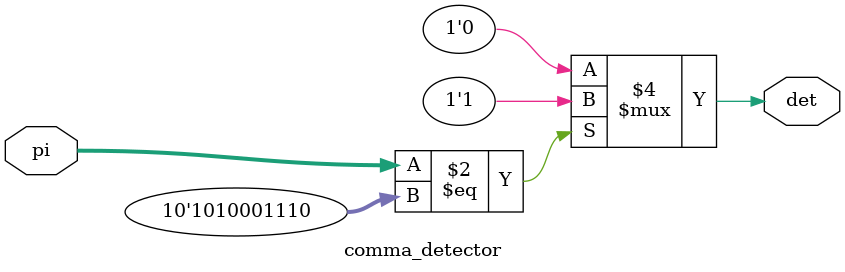
<source format=v>
`timescale 1ns/1ps
`default_nettype none
module comma_detector(pi, det);
  input wire [9:0] pi;
  output reg [0:0] det;

  always @*
  begin
    if(pi == 10'b1010001110)
      begin
      det <= 1'b1;
      end
    else
      det <= 1'b0;
  end
endmodule

</source>
